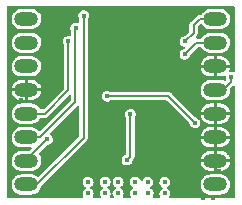
<source format=gtl>
%TF.GenerationSoftware,KiCad,Pcbnew,(5.99.0-6613-ge739d5ba65)*%
%TF.CreationDate,2020-11-23T01:14:31+01:00*%
%TF.ProjectId,min_sx1280,6d696e5f-7378-4313-9238-302e6b696361,rev?*%
%TF.SameCoordinates,PX5f31df8PY89d6220*%
%TF.FileFunction,Copper,L1,Top*%
%TF.FilePolarity,Positive*%
%FSLAX46Y46*%
G04 Gerber Fmt 4.6, Leading zero omitted, Abs format (unit mm)*
G04 Created by KiCad (PCBNEW (5.99.0-6613-ge739d5ba65)) date 2020-11-23 01:14:31*
%MOMM*%
%LPD*%
G01*
G04 APERTURE LIST*
%TA.AperFunction,SMDPad,CuDef*%
%ADD10O,2.000000X1.200000*%
%TD*%
%TA.AperFunction,ViaPad*%
%ADD11C,0.400000*%
%TD*%
%TA.AperFunction,ViaPad*%
%ADD12C,0.800000*%
%TD*%
%TA.AperFunction,Conductor*%
%ADD13C,0.400000*%
%TD*%
%TA.AperFunction,Conductor*%
%ADD14C,0.200000*%
%TD*%
G04 APERTURE END LIST*
D10*
%TO.P,U3,1,DIO2*%
%TO.N,Net-(U3-Pad1)*%
X1906000Y15382000D03*
%TO.P,U3,2,DIO3*%
%TO.N,Net-(U3-Pad2)*%
X1906000Y13382000D03*
%TO.P,U3,3,VCC*%
%TO.N,+3V3*%
X1906000Y11382000D03*
%TO.P,U3,4,GND*%
%TO.N,GND*%
X1906000Y9382000D03*
%TO.P,U3,5,MISO*%
%TO.N,/MISO*%
X1906000Y7382000D03*
%TO.P,U3,6,MOSI*%
%TO.N,/MOSI*%
X1906000Y5382000D03*
%TO.P,U3,7,SCK*%
%TO.N,/SCK*%
X1906000Y3382000D03*
%TO.P,U3,8,NSS*%
%TO.N,/NSS*%
X1906000Y1382000D03*
%TO.P,U3,9,ANT*%
%TO.N,Net-(AE2-Pad1)*%
X17906000Y1382000D03*
%TO.P,U3,10,GND*%
%TO.N,GND*%
X17906000Y3382000D03*
%TO.P,U3,11,GND*%
X17906000Y5382000D03*
%TO.P,U3,12,GND*%
X17906000Y7382000D03*
%TO.P,U3,13,NRESET*%
%TO.N,/NRESET*%
X17906000Y9382000D03*
%TO.P,U3,14,GND*%
%TO.N,GND*%
X17906000Y11382000D03*
%TO.P,U3,15,BUSY*%
%TO.N,/BUSY*%
X17906000Y13382000D03*
%TO.P,U3,16,DIO1*%
%TO.N,/DIO1*%
X17906000Y15382000D03*
%TD*%
D11*
%TO.N,+5V*%
X7131000Y1582000D03*
%TO.N,/RX*%
X13631000Y1582000D03*
%TO.N,/TX*%
X9681000Y1582000D03*
%TO.N,/RX*%
X12231000Y632000D03*
X13631000Y632000D03*
X12181000Y1582000D03*
%TO.N,/TX*%
X9681000Y632000D03*
X11131000Y632000D03*
X11131000Y1582000D03*
%TO.N,+5V*%
X7131000Y632000D03*
X8581000Y632000D03*
X8581000Y1582000D03*
%TO.N,GND*%
X4581000Y632000D03*
X6031000Y632000D03*
X6031000Y1582000D03*
X4581000Y1582000D03*
X3956000Y1732000D03*
X17031000Y2407000D03*
X7981000Y15507000D03*
X18181000Y2507000D03*
X16006000Y1357000D03*
X892000Y2407000D03*
X18631000Y12357000D03*
X7831000Y4207000D03*
X16856000Y257000D03*
X765000Y16182000D03*
X14031000Y6207000D03*
X16306000Y2232000D03*
X19106000Y2482000D03*
X1481000Y8532000D03*
X19307000Y982000D03*
X17706000Y257000D03*
X16206000Y9682000D03*
X16006000Y457000D03*
X12331000Y2457000D03*
X10456000Y15532000D03*
X4006000Y532000D03*
X18799000Y387000D03*
D12*
%TO.N,Net-(AE2-Pad1)*%
X17541625Y1302057D03*
%TO.N,+3V3*%
X1906000Y11382000D03*
D11*
%TO.N,/TX*%
X10706000Y7307000D03*
X10431000Y3457000D03*
%TO.N,/IO16*%
X16181000Y6607000D03*
X8756000Y8857000D03*
%TO.N,/BUSY*%
X15331000Y12407000D03*
%TO.N,/DIO1*%
X15356000Y13507000D03*
%TO.N,/NRESET*%
X19256000Y10457000D03*
%TO.N,/NSS*%
X6756000Y15682000D03*
%TO.N,/MOSI*%
X6081000Y14607000D03*
%TO.N,/MISO*%
X5456000Y13507000D03*
%TO.N,/SCK*%
X3681000Y5207000D03*
%TD*%
D13*
%TO.N,Net-(AE2-Pad1)*%
X17906000Y1382000D02*
X17621568Y1382000D01*
X17621568Y1382000D02*
X17541625Y1302057D01*
D14*
%TO.N,/TX*%
X10706000Y7307000D02*
X10706000Y3732000D01*
X10706000Y3732000D02*
X10431000Y3457000D01*
%TO.N,/IO16*%
X8756000Y8857000D02*
X13931000Y8857000D01*
X13931000Y8857000D02*
X16181000Y6607000D01*
%TO.N,/BUSY*%
X16306000Y13382000D02*
X17906000Y13382000D01*
X15331000Y12407000D02*
X16306000Y13382000D01*
%TO.N,/DIO1*%
X16056000Y14857000D02*
X16581000Y15382000D01*
X15356000Y13507000D02*
X16056000Y14207000D01*
X16056000Y14207000D02*
X16056000Y14857000D01*
X16581000Y15382000D02*
X17906000Y15382000D01*
%TO.N,/NRESET*%
X19256000Y10082000D02*
X18556000Y9382000D01*
X19256000Y10457000D02*
X19256000Y10082000D01*
X18556000Y9382000D02*
X17906000Y9382000D01*
%TO.N,/NSS*%
X2781000Y1382000D02*
X6756000Y5357000D01*
X1906000Y1382000D02*
X2781000Y1382000D01*
X6756000Y5357000D02*
X6756000Y15682000D01*
%TO.N,/MOSI*%
X6056000Y8357000D02*
X6056000Y14582000D01*
X6056000Y14582000D02*
X6081000Y14607000D01*
X3081000Y5382000D02*
X6056000Y8357000D01*
X1906000Y5382000D02*
X3081000Y5382000D01*
%TO.N,/MISO*%
X1906000Y7382000D02*
X2756000Y7382000D01*
X1906000Y7382000D02*
X3481000Y7382000D01*
X5456000Y9357000D02*
X5456000Y13507000D01*
X3481000Y7382000D02*
X5456000Y9357000D01*
%TO.N,/SCK*%
X1906000Y3382000D02*
X1906000Y3432000D01*
X1906000Y3432000D02*
X3681000Y5207000D01*
%TD*%
%TA.AperFunction,Conductor*%
%TO.N,GND*%
G36*
X19511192Y16509093D02*
G01*
X19552001Y16429000D01*
X19552001Y10978500D01*
X19533094Y10920309D01*
X19483594Y10884345D01*
X19425602Y10886168D01*
X19425153Y10884232D01*
X19292052Y10915084D01*
X19248999Y10912036D01*
X19189201Y10907802D01*
X19129820Y10922553D01*
X19090450Y10969389D01*
X19090289Y11043321D01*
X19131366Y11146019D01*
X19134233Y11156287D01*
X19148013Y11239530D01*
X19146018Y11252718D01*
X19145377Y11253368D01*
X19138683Y11255000D01*
X18048680Y11255000D01*
X18044402Y11253610D01*
X18033000Y11231232D01*
X18033000Y10543680D01*
X18034390Y10539402D01*
X18056768Y10528000D01*
X18349350Y10528000D01*
X18354684Y10528289D01*
X18485132Y10542460D01*
X18495536Y10544748D01*
X18661228Y10600509D01*
X18661494Y10600632D01*
X18661648Y10600650D01*
X18666309Y10602219D01*
X18666637Y10601245D01*
X18722250Y10607871D01*
X18775657Y10578016D01*
X18802009Y10509981D01*
X18801084Y10392256D01*
X18803204Y10385167D01*
X18840232Y10261354D01*
X18838693Y10260894D01*
X18845273Y10208826D01*
X18815799Y10155207D01*
X18760438Y10129153D01*
X18706189Y10137647D01*
X18582826Y10195172D01*
X18401752Y10235647D01*
X18397324Y10235895D01*
X18396824Y10235923D01*
X18396807Y10235923D01*
X18395438Y10236000D01*
X17459975Y10236000D01*
X17424564Y10232153D01*
X17326868Y10221540D01*
X17326864Y10221539D01*
X17321542Y10220961D01*
X17145691Y10161781D01*
X16986649Y10066219D01*
X16851839Y9938735D01*
X16747548Y9785276D01*
X16745558Y9780300D01*
X16688504Y9637655D01*
X16678643Y9613002D01*
X16677768Y9607717D01*
X16677767Y9607713D01*
X16660571Y9503838D01*
X16648339Y9429951D01*
X16648620Y9424594D01*
X16657628Y9252718D01*
X16658050Y9244662D01*
X16659474Y9239492D01*
X16683849Y9150998D01*
X16707322Y9065781D01*
X16793857Y8901653D01*
X16797316Y8897559D01*
X16797318Y8897557D01*
X16892295Y8785167D01*
X16913617Y8759936D01*
X17061015Y8647242D01*
X17229174Y8568828D01*
X17410248Y8528353D01*
X17414676Y8528105D01*
X17415176Y8528077D01*
X17415193Y8528077D01*
X17416562Y8528000D01*
X18352025Y8528000D01*
X18387436Y8531847D01*
X18485132Y8542460D01*
X18485136Y8542461D01*
X18490458Y8543039D01*
X18666309Y8602219D01*
X18825351Y8697781D01*
X18960161Y8825265D01*
X19009291Y8897557D01*
X19061439Y8974290D01*
X19061440Y8974292D01*
X19064452Y8978724D01*
X19099057Y9065242D01*
X19131366Y9146019D01*
X19131367Y9146023D01*
X19133357Y9150998D01*
X19135752Y9165461D01*
X19155690Y9285903D01*
X19163661Y9334049D01*
X19158285Y9436622D01*
X19187146Y9511808D01*
X19382998Y9707659D01*
X19437514Y9735436D01*
X19497946Y9725865D01*
X19541211Y9682600D01*
X19552001Y9637655D01*
X19552000Y4983700D01*
X19552000Y335446D01*
X19533093Y277255D01*
X19483593Y241291D01*
X19452876Y236446D01*
X14104699Y243198D01*
X14046533Y262179D01*
X14010632Y311724D01*
X14016265Y386447D01*
X14068010Y490007D01*
X14090443Y624782D01*
X14090500Y632000D01*
X14089357Y639607D01*
X14071287Y759795D01*
X14070187Y767112D01*
X14042263Y825265D01*
X14014248Y883605D01*
X14014247Y883606D01*
X14011044Y890277D01*
X14004315Y897557D01*
X13923323Y985173D01*
X13918299Y990608D01*
X13879414Y1013194D01*
X13865478Y1021289D01*
X13824656Y1066866D01*
X13818420Y1127733D01*
X13866828Y1193273D01*
X13906172Y1215307D01*
X13912631Y1218924D01*
X13917739Y1224279D01*
X13917742Y1224281D01*
X13969847Y1278902D01*
X14006940Y1317785D01*
X14038127Y1380200D01*
X14062985Y1429951D01*
X16648339Y1429951D01*
X16652373Y1352976D01*
X16656823Y1268081D01*
X16658050Y1244662D01*
X16659474Y1239492D01*
X16683528Y1152163D01*
X16707322Y1065781D01*
X16793857Y901653D01*
X16797316Y897559D01*
X16797318Y897557D01*
X16861522Y821582D01*
X16913617Y759936D01*
X17061015Y647242D01*
X17229174Y568828D01*
X17410248Y528353D01*
X17414676Y528105D01*
X17415176Y528077D01*
X17415193Y528077D01*
X17416562Y528000D01*
X18352025Y528000D01*
X18387436Y531847D01*
X18485132Y542460D01*
X18485136Y542461D01*
X18490458Y543039D01*
X18666309Y602219D01*
X18819263Y694123D01*
X18820758Y695021D01*
X18820760Y695022D01*
X18825351Y697781D01*
X18960161Y825265D01*
X19009291Y897557D01*
X19061439Y974290D01*
X19061440Y974292D01*
X19064452Y978724D01*
X19097373Y1061031D01*
X19131366Y1146019D01*
X19131367Y1146023D01*
X19133357Y1150998D01*
X19134235Y1156297D01*
X19160082Y1312430D01*
X19163661Y1334049D01*
X19153950Y1519338D01*
X19129608Y1607713D01*
X19106104Y1693042D01*
X19104678Y1698219D01*
X19018143Y1862347D01*
X18985368Y1901132D01*
X18901843Y1999970D01*
X18901841Y1999971D01*
X18898383Y2004064D01*
X18750985Y2116758D01*
X18582826Y2195172D01*
X18401752Y2235647D01*
X18397324Y2235895D01*
X18396824Y2235923D01*
X18396807Y2235923D01*
X18395438Y2236000D01*
X17459975Y2236000D01*
X17424564Y2232153D01*
X17326868Y2221540D01*
X17326864Y2221539D01*
X17321542Y2220961D01*
X17145691Y2161781D01*
X16986649Y2066219D01*
X16982757Y2062539D01*
X16982755Y2062537D01*
X16945983Y2027763D01*
X16851839Y1938735D01*
X16848825Y1934300D01*
X16799926Y1862347D01*
X16747548Y1785276D01*
X16726768Y1733323D01*
X16691091Y1644123D01*
X16678643Y1613002D01*
X16677768Y1607717D01*
X16677767Y1607713D01*
X16663137Y1519338D01*
X16648339Y1429951D01*
X14062985Y1429951D01*
X14064701Y1433384D01*
X14064702Y1433386D01*
X14068010Y1440007D01*
X14074648Y1479884D01*
X14080868Y1517256D01*
X14090443Y1574782D01*
X14090500Y1582000D01*
X14089357Y1589607D01*
X14071287Y1709795D01*
X14070187Y1717112D01*
X14035071Y1790242D01*
X14014248Y1833605D01*
X14014247Y1833606D01*
X14011044Y1840277D01*
X13918299Y1940608D01*
X13812170Y2002252D01*
X13806551Y2005516D01*
X13806550Y2005516D01*
X13800153Y2009232D01*
X13667052Y2040084D01*
X13588575Y2034527D01*
X13538147Y2030957D01*
X13538146Y2030957D01*
X13530763Y2030434D01*
X13403337Y1981136D01*
X13397523Y1976552D01*
X13397522Y1976552D01*
X13301852Y1901132D01*
X13301851Y1901130D01*
X13296039Y1896549D01*
X13218356Y1784152D01*
X13216124Y1777095D01*
X13216124Y1777094D01*
X13179389Y1660938D01*
X13177157Y1653882D01*
X13176084Y1517256D01*
X13215232Y1386354D01*
X13291140Y1272751D01*
X13296876Y1268081D01*
X13397095Y1186489D01*
X13395970Y1185108D01*
X13430309Y1146164D01*
X13436073Y1085251D01*
X13400747Y1029094D01*
X13296039Y946549D01*
X13218356Y834152D01*
X13214381Y821582D01*
X13179389Y710938D01*
X13177157Y703882D01*
X13176084Y567256D01*
X13215232Y436354D01*
X13219344Y430200D01*
X13240595Y398396D01*
X13257204Y339508D01*
X13236027Y282104D01*
X13158155Y244394D01*
X12861938Y244768D01*
X12705583Y244965D01*
X12647416Y263946D01*
X12611515Y313491D01*
X12617148Y388215D01*
X12664701Y483384D01*
X12664702Y483387D01*
X12668010Y490007D01*
X12690443Y624782D01*
X12690500Y632000D01*
X12689357Y639607D01*
X12671287Y759795D01*
X12670187Y767112D01*
X12642263Y825265D01*
X12614248Y883605D01*
X12614247Y883606D01*
X12611044Y890277D01*
X12604315Y897557D01*
X12523323Y985173D01*
X12518299Y990608D01*
X12452042Y1029093D01*
X12440934Y1035545D01*
X12400112Y1081122D01*
X12393876Y1141989D01*
X12442284Y1207529D01*
X12456172Y1215307D01*
X12462631Y1218924D01*
X12467739Y1224279D01*
X12467742Y1224281D01*
X12519847Y1278902D01*
X12556940Y1317785D01*
X12588127Y1380200D01*
X12614701Y1433384D01*
X12614702Y1433386D01*
X12618010Y1440007D01*
X12624648Y1479884D01*
X12630868Y1517256D01*
X12640443Y1574782D01*
X12640500Y1582000D01*
X12639357Y1589607D01*
X12621287Y1709795D01*
X12620187Y1717112D01*
X12585071Y1790242D01*
X12564248Y1833605D01*
X12564247Y1833606D01*
X12561044Y1840277D01*
X12468299Y1940608D01*
X12362170Y2002252D01*
X12356551Y2005516D01*
X12356550Y2005516D01*
X12350153Y2009232D01*
X12217052Y2040084D01*
X12138575Y2034527D01*
X12088147Y2030957D01*
X12088146Y2030957D01*
X12080763Y2030434D01*
X11953337Y1981136D01*
X11947523Y1976552D01*
X11947522Y1976552D01*
X11851852Y1901132D01*
X11851851Y1901130D01*
X11846039Y1896549D01*
X11768356Y1784152D01*
X11752281Y1733323D01*
X11716707Y1683543D01*
X11658666Y1664179D01*
X11600329Y1682629D01*
X11568646Y1720320D01*
X11511044Y1840277D01*
X11418299Y1940608D01*
X11312170Y2002252D01*
X11306551Y2005516D01*
X11306550Y2005516D01*
X11300153Y2009232D01*
X11167052Y2040084D01*
X11088575Y2034527D01*
X11038147Y2030957D01*
X11038146Y2030957D01*
X11030763Y2030434D01*
X10903337Y1981136D01*
X10897523Y1976552D01*
X10897522Y1976552D01*
X10801852Y1901132D01*
X10801851Y1901130D01*
X10796039Y1896549D01*
X10718356Y1784152D01*
X10716124Y1777095D01*
X10716124Y1777094D01*
X10679389Y1660938D01*
X10677157Y1653882D01*
X10676084Y1517256D01*
X10715232Y1386354D01*
X10791140Y1272751D01*
X10796876Y1268081D01*
X10897095Y1186489D01*
X10895970Y1185108D01*
X10930309Y1146164D01*
X10936073Y1085251D01*
X10900747Y1029094D01*
X10796039Y946549D01*
X10718356Y834152D01*
X10714381Y821582D01*
X10679389Y710938D01*
X10677157Y703882D01*
X10676084Y567256D01*
X10715232Y436354D01*
X10719342Y430202D01*
X10719344Y430199D01*
X10738484Y401555D01*
X10755093Y342666D01*
X10733915Y285263D01*
X10656044Y247553D01*
X10285519Y248021D01*
X10157191Y248183D01*
X10099024Y267164D01*
X10063123Y316709D01*
X10068756Y391433D01*
X10114701Y483384D01*
X10114702Y483387D01*
X10118010Y490007D01*
X10140443Y624782D01*
X10140500Y632000D01*
X10139357Y639607D01*
X10121287Y759795D01*
X10120187Y767112D01*
X10092263Y825265D01*
X10064248Y883605D01*
X10064247Y883606D01*
X10061044Y890277D01*
X10054315Y897557D01*
X9973323Y985173D01*
X9968299Y990608D01*
X9929414Y1013194D01*
X9915478Y1021289D01*
X9874656Y1066866D01*
X9868420Y1127733D01*
X9916828Y1193273D01*
X9956172Y1215307D01*
X9962631Y1218924D01*
X9967739Y1224279D01*
X9967742Y1224281D01*
X10019847Y1278902D01*
X10056940Y1317785D01*
X10088127Y1380200D01*
X10114701Y1433384D01*
X10114702Y1433386D01*
X10118010Y1440007D01*
X10124648Y1479884D01*
X10130868Y1517256D01*
X10140443Y1574782D01*
X10140500Y1582000D01*
X10139357Y1589607D01*
X10121287Y1709795D01*
X10120187Y1717112D01*
X10085071Y1790242D01*
X10064248Y1833605D01*
X10064247Y1833606D01*
X10061044Y1840277D01*
X9968299Y1940608D01*
X9862170Y2002252D01*
X9856551Y2005516D01*
X9856550Y2005516D01*
X9850153Y2009232D01*
X9717052Y2040084D01*
X9638575Y2034527D01*
X9588147Y2030957D01*
X9588146Y2030957D01*
X9580763Y2030434D01*
X9453337Y1981136D01*
X9447523Y1976552D01*
X9447522Y1976552D01*
X9351852Y1901132D01*
X9351851Y1901130D01*
X9346039Y1896549D01*
X9268356Y1784152D01*
X9227157Y1653882D01*
X9227099Y1646483D01*
X9226725Y1644123D01*
X9198946Y1589607D01*
X9184397Y1582194D01*
X9217616Y1548449D01*
X9226115Y1521204D01*
X9226084Y1517256D01*
X9228204Y1510168D01*
X9228204Y1510166D01*
X9247002Y1447310D01*
X9265232Y1386354D01*
X9341140Y1272751D01*
X9346876Y1268081D01*
X9447095Y1186489D01*
X9445970Y1185108D01*
X9480309Y1146164D01*
X9486073Y1085251D01*
X9450747Y1029094D01*
X9346039Y946549D01*
X9268356Y834152D01*
X9227157Y703882D01*
X9227099Y696483D01*
X9226725Y694123D01*
X9198946Y639607D01*
X9184397Y632194D01*
X9217616Y598449D01*
X9226115Y571204D01*
X9226084Y567256D01*
X9228204Y560168D01*
X9228204Y560166D01*
X9237786Y528127D01*
X9265232Y436354D01*
X9269344Y430200D01*
X9287260Y403387D01*
X9303869Y344499D01*
X9282692Y287095D01*
X9204820Y249385D01*
X9152542Y249451D01*
X9057884Y249571D01*
X8999717Y268552D01*
X8963816Y318098D01*
X8969449Y392819D01*
X9018010Y490007D01*
X9031400Y570453D01*
X9059604Y624749D01*
X9073639Y631762D01*
X9040734Y664669D01*
X9031044Y694894D01*
X9030806Y696483D01*
X9020187Y767112D01*
X8992263Y825265D01*
X8964248Y883605D01*
X8964247Y883606D01*
X8961044Y890277D01*
X8954315Y897557D01*
X8873323Y985173D01*
X8868299Y990608D01*
X8829414Y1013194D01*
X8815478Y1021289D01*
X8774656Y1066866D01*
X8768420Y1127733D01*
X8816828Y1193273D01*
X8856172Y1215307D01*
X8862631Y1218924D01*
X8867739Y1224279D01*
X8867742Y1224281D01*
X8919847Y1278902D01*
X8956940Y1317785D01*
X8988127Y1380200D01*
X9014701Y1433384D01*
X9014702Y1433386D01*
X9018010Y1440007D01*
X9024648Y1479884D01*
X9031400Y1520453D01*
X9059604Y1574749D01*
X9073639Y1581762D01*
X9040734Y1614669D01*
X9031044Y1644894D01*
X9030806Y1646483D01*
X9020187Y1717112D01*
X8985071Y1790242D01*
X8964248Y1833605D01*
X8964247Y1833606D01*
X8961044Y1840277D01*
X8868299Y1940608D01*
X8762170Y2002252D01*
X8756551Y2005516D01*
X8756550Y2005516D01*
X8750153Y2009232D01*
X8617052Y2040084D01*
X8538575Y2034527D01*
X8488147Y2030957D01*
X8488146Y2030957D01*
X8480763Y2030434D01*
X8353337Y1981136D01*
X8347523Y1976552D01*
X8347522Y1976552D01*
X8251852Y1901132D01*
X8251851Y1901130D01*
X8246039Y1896549D01*
X8168356Y1784152D01*
X8166124Y1777095D01*
X8166124Y1777094D01*
X8129389Y1660938D01*
X8127157Y1653882D01*
X8126084Y1517256D01*
X8165232Y1386354D01*
X8241140Y1272751D01*
X8246876Y1268081D01*
X8347095Y1186489D01*
X8345970Y1185108D01*
X8380309Y1146164D01*
X8386073Y1085251D01*
X8350747Y1029094D01*
X8246039Y946549D01*
X8168356Y834152D01*
X8164381Y821582D01*
X8129389Y710938D01*
X8127157Y703882D01*
X8126084Y567256D01*
X8165232Y436354D01*
X8169345Y430199D01*
X8186332Y404776D01*
X8202940Y345888D01*
X8181762Y288485D01*
X8103892Y250775D01*
X7608798Y251400D01*
X7550632Y270381D01*
X7514731Y319926D01*
X7520364Y394650D01*
X7564701Y483384D01*
X7564702Y483387D01*
X7568010Y490007D01*
X7590443Y624782D01*
X7590500Y632000D01*
X7589357Y639607D01*
X7571287Y759795D01*
X7570187Y767112D01*
X7542263Y825265D01*
X7514248Y883605D01*
X7514247Y883606D01*
X7511044Y890277D01*
X7504315Y897557D01*
X7423323Y985173D01*
X7418299Y990608D01*
X7379414Y1013194D01*
X7365478Y1021289D01*
X7324656Y1066866D01*
X7318420Y1127733D01*
X7366828Y1193273D01*
X7406172Y1215307D01*
X7412631Y1218924D01*
X7417739Y1224279D01*
X7417742Y1224281D01*
X7469847Y1278902D01*
X7506940Y1317785D01*
X7538127Y1380200D01*
X7564701Y1433384D01*
X7564702Y1433386D01*
X7568010Y1440007D01*
X7574648Y1479884D01*
X7580868Y1517256D01*
X7590443Y1574782D01*
X7590500Y1582000D01*
X7589357Y1589607D01*
X7571287Y1709795D01*
X7570187Y1717112D01*
X7535071Y1790242D01*
X7514248Y1833605D01*
X7514247Y1833606D01*
X7511044Y1840277D01*
X7418299Y1940608D01*
X7312170Y2002252D01*
X7306551Y2005516D01*
X7306550Y2005516D01*
X7300153Y2009232D01*
X7167052Y2040084D01*
X7088575Y2034527D01*
X7038147Y2030957D01*
X7038146Y2030957D01*
X7030763Y2030434D01*
X6903337Y1981136D01*
X6897523Y1976552D01*
X6897522Y1976552D01*
X6801852Y1901132D01*
X6801851Y1901130D01*
X6796039Y1896549D01*
X6718356Y1784152D01*
X6716124Y1777095D01*
X6716124Y1777094D01*
X6679389Y1660938D01*
X6677157Y1653882D01*
X6676084Y1517256D01*
X6715232Y1386354D01*
X6791140Y1272751D01*
X6796876Y1268081D01*
X6897095Y1186489D01*
X6895970Y1185108D01*
X6930309Y1146164D01*
X6936073Y1085251D01*
X6900747Y1029094D01*
X6796039Y946549D01*
X6718356Y834152D01*
X6714381Y821582D01*
X6679389Y710938D01*
X6677157Y703882D01*
X6676084Y567256D01*
X6715232Y436354D01*
X6735108Y406608D01*
X6751716Y347723D01*
X6730539Y290319D01*
X6652667Y252608D01*
X358874Y260554D01*
X300708Y279535D01*
X260000Y359554D01*
X260000Y7429951D01*
X648339Y7429951D01*
X648620Y7424594D01*
X657628Y7252718D01*
X658050Y7244662D01*
X659474Y7239492D01*
X687699Y7137023D01*
X707322Y7065781D01*
X793857Y6901653D01*
X797316Y6897559D01*
X797318Y6897557D01*
X861522Y6821582D01*
X913617Y6759936D01*
X1061015Y6647242D01*
X1229174Y6568828D01*
X1410248Y6528353D01*
X1414676Y6528105D01*
X1415176Y6528077D01*
X1415193Y6528077D01*
X1416562Y6528000D01*
X2352025Y6528000D01*
X2387436Y6531847D01*
X2485132Y6542460D01*
X2485136Y6542461D01*
X2490458Y6543039D01*
X2666309Y6602219D01*
X2825351Y6697781D01*
X2960161Y6825265D01*
X3009291Y6897557D01*
X3061439Y6974290D01*
X3061440Y6974292D01*
X3064452Y6978724D01*
X3065175Y6978233D01*
X3105818Y7017481D01*
X3149216Y7027500D01*
X3432161Y7027500D01*
X3452997Y7025283D01*
X3456070Y7024621D01*
X3456073Y7024621D01*
X3464066Y7022900D01*
X3472187Y7023861D01*
X3472190Y7023861D01*
X3497136Y7026814D01*
X3502884Y7027153D01*
X3502883Y7027163D01*
X3506959Y7027500D01*
X3511040Y7027500D01*
X3528714Y7030442D01*
X3533293Y7031094D01*
X3581297Y7036775D01*
X3588262Y7040120D01*
X3589820Y7040612D01*
X3597448Y7041882D01*
X3640003Y7064844D01*
X3644129Y7066946D01*
X3687714Y7087875D01*
X3690845Y7090508D01*
X3692358Y7092021D01*
X3693934Y7093466D01*
X3694052Y7093337D01*
X3696010Y7095063D01*
X3701340Y7097939D01*
X3737470Y7137024D01*
X3740163Y7139826D01*
X5532496Y8932158D01*
X5587013Y8959935D01*
X5647445Y8950364D01*
X5690710Y8907099D01*
X5701500Y8862154D01*
X5701500Y8544847D01*
X5672504Y8474843D01*
X4369972Y7172310D01*
X3113447Y5915785D01*
X3058930Y5888008D01*
X2998498Y5897579D01*
X2967828Y5921888D01*
X2901844Y5999969D01*
X2901842Y5999971D01*
X2898383Y6004064D01*
X2750985Y6116758D01*
X2582826Y6195172D01*
X2401752Y6235647D01*
X2397324Y6235895D01*
X2396824Y6235923D01*
X2396807Y6235923D01*
X2395438Y6236000D01*
X1459975Y6236000D01*
X1424564Y6232153D01*
X1326868Y6221540D01*
X1326864Y6221539D01*
X1321542Y6220961D01*
X1145691Y6161781D01*
X986649Y6066219D01*
X851839Y5938735D01*
X848825Y5934300D01*
X781296Y5834934D01*
X747548Y5785276D01*
X745558Y5780300D01*
X681806Y5620909D01*
X678643Y5613002D01*
X677768Y5607717D01*
X677767Y5607713D01*
X660571Y5503838D01*
X648339Y5429951D01*
X651737Y5365118D01*
X657628Y5252718D01*
X658050Y5244662D01*
X659474Y5239492D01*
X685221Y5146019D01*
X707322Y5065781D01*
X793857Y4901653D01*
X797316Y4897559D01*
X797318Y4897557D01*
X910157Y4764030D01*
X913617Y4759936D01*
X1061015Y4647242D01*
X1229174Y4568828D01*
X1410248Y4528353D01*
X1414676Y4528105D01*
X1415176Y4528077D01*
X1415193Y4528077D01*
X1416562Y4528000D01*
X2261654Y4528000D01*
X2319845Y4509093D01*
X2355809Y4459593D01*
X2355809Y4398407D01*
X2331658Y4358996D01*
X2237658Y4264996D01*
X2167654Y4236000D01*
X1459975Y4236000D01*
X1424564Y4232153D01*
X1326868Y4221540D01*
X1326864Y4221539D01*
X1321542Y4220961D01*
X1145691Y4161781D01*
X986649Y4066219D01*
X851839Y3938735D01*
X848825Y3934300D01*
X795705Y3856136D01*
X747548Y3785276D01*
X745558Y3780300D01*
X683277Y3624587D01*
X678643Y3613002D01*
X677768Y3607717D01*
X677767Y3607713D01*
X660912Y3505896D01*
X648339Y3429951D01*
X648620Y3424594D01*
X657628Y3252718D01*
X658050Y3244662D01*
X659474Y3239492D01*
X683049Y3153902D01*
X707322Y3065781D01*
X793857Y2901653D01*
X797316Y2897559D01*
X797318Y2897557D01*
X861522Y2821582D01*
X913617Y2759936D01*
X1061015Y2647242D01*
X1229174Y2568828D01*
X1410248Y2528353D01*
X1414676Y2528105D01*
X1415176Y2528077D01*
X1415193Y2528077D01*
X1416562Y2528000D01*
X2352025Y2528000D01*
X2387436Y2531847D01*
X2485132Y2542460D01*
X2485136Y2542461D01*
X2490458Y2543039D01*
X2666309Y2602219D01*
X2825351Y2697781D01*
X2960161Y2825265D01*
X3009291Y2897557D01*
X3061439Y2974290D01*
X3061440Y2974292D01*
X3064452Y2978724D01*
X3097556Y3061489D01*
X3131366Y3146019D01*
X3131367Y3146023D01*
X3133357Y3150998D01*
X3139389Y3187430D01*
X3159413Y3308387D01*
X3163661Y3334049D01*
X3157752Y3446798D01*
X3154231Y3513983D01*
X3154230Y3513986D01*
X3153950Y3519338D01*
X3129608Y3607713D01*
X3106104Y3693042D01*
X3104678Y3698219D01*
X3018143Y3862347D01*
X2994251Y3890620D01*
X2971132Y3947268D01*
X2999862Y4024524D01*
X3706919Y4731582D01*
X3756087Y4758361D01*
X3836187Y4775605D01*
X3836190Y4775606D01*
X3843422Y4777163D01*
X3962631Y4843924D01*
X3967739Y4849279D01*
X3967742Y4849281D01*
X4022229Y4906399D01*
X4056940Y4942785D01*
X4118010Y5065007D01*
X4140443Y5199782D01*
X4140500Y5207000D01*
X4135610Y5239530D01*
X4121287Y5334795D01*
X4120187Y5342112D01*
X4078008Y5429951D01*
X4064248Y5458605D01*
X4064247Y5458606D01*
X4061044Y5465277D01*
X3968299Y5565608D01*
X3961899Y5569325D01*
X3961897Y5569327D01*
X3951559Y5575332D01*
X3910738Y5620909D01*
X3904502Y5681776D01*
X3931280Y5730942D01*
X5058944Y6858605D01*
X6232496Y8032157D01*
X6287013Y8059934D01*
X6347445Y8050363D01*
X6390710Y8007098D01*
X6401500Y7962153D01*
X6401500Y5544846D01*
X6372504Y5474842D01*
X4663124Y3765461D01*
X2961561Y2063898D01*
X2907044Y2036121D01*
X2831428Y2055255D01*
X2798120Y2080721D01*
X2755246Y2113501D01*
X2755241Y2113504D01*
X2750985Y2116758D01*
X2582826Y2195172D01*
X2401752Y2235647D01*
X2397324Y2235895D01*
X2396824Y2235923D01*
X2396807Y2235923D01*
X2395438Y2236000D01*
X1459975Y2236000D01*
X1424564Y2232153D01*
X1326868Y2221540D01*
X1326864Y2221539D01*
X1321542Y2220961D01*
X1145691Y2161781D01*
X986649Y2066219D01*
X982757Y2062539D01*
X982755Y2062537D01*
X945983Y2027763D01*
X851839Y1938735D01*
X848825Y1934300D01*
X799926Y1862347D01*
X747548Y1785276D01*
X726768Y1733323D01*
X691091Y1644123D01*
X678643Y1613002D01*
X677768Y1607717D01*
X677767Y1607713D01*
X663137Y1519338D01*
X648339Y1429951D01*
X652373Y1352976D01*
X656823Y1268081D01*
X658050Y1244662D01*
X659474Y1239492D01*
X683528Y1152163D01*
X707322Y1065781D01*
X793857Y901653D01*
X797316Y897559D01*
X797318Y897557D01*
X861522Y821582D01*
X913617Y759936D01*
X1061015Y647242D01*
X1229174Y568828D01*
X1410248Y528353D01*
X1414676Y528105D01*
X1415176Y528077D01*
X1415193Y528077D01*
X1416562Y528000D01*
X2352025Y528000D01*
X2387436Y531847D01*
X2485132Y542460D01*
X2485136Y542461D01*
X2490458Y543039D01*
X2666309Y602219D01*
X2819263Y694123D01*
X2820758Y695021D01*
X2820760Y695022D01*
X2825351Y697781D01*
X2960161Y825265D01*
X3009291Y897557D01*
X3061439Y974290D01*
X3061440Y974292D01*
X3064452Y978724D01*
X3133357Y1150998D01*
X3134233Y1156291D01*
X3134235Y1156297D01*
X3144440Y1217935D01*
X3172106Y1271769D01*
X5292593Y3392256D01*
X9976084Y3392256D01*
X9978204Y3385167D01*
X9993492Y3334049D01*
X10015232Y3261354D01*
X10019344Y3255200D01*
X10029840Y3239492D01*
X10091140Y3147751D01*
X10197095Y3061489D01*
X10323732Y3010196D01*
X10331104Y3009558D01*
X10331106Y3009557D01*
X10385228Y3004870D01*
X10459852Y2998407D01*
X10467083Y2999964D01*
X10467086Y2999964D01*
X10586187Y3025605D01*
X10586189Y3025606D01*
X10593422Y3027163D01*
X10712631Y3093924D01*
X10717739Y3099279D01*
X10717742Y3099281D01*
X10769847Y3153902D01*
X10806940Y3192785D01*
X10834252Y3247447D01*
X16658186Y3247447D01*
X16659474Y3239492D01*
X16705896Y3070958D01*
X16709827Y3061031D01*
X16791355Y2906399D01*
X16797318Y2897557D01*
X16910157Y2764030D01*
X16917876Y2756680D01*
X17056754Y2650500D01*
X17065877Y2644975D01*
X17224315Y2571094D01*
X17234404Y2567659D01*
X17406289Y2529238D01*
X17414297Y2528127D01*
X17415176Y2528077D01*
X17417956Y2528000D01*
X17763320Y2528000D01*
X17767598Y2529390D01*
X17779000Y2551768D01*
X17779000Y3231232D01*
X18033000Y3231232D01*
X18033000Y2543680D01*
X18034390Y2539402D01*
X18056768Y2528000D01*
X18349350Y2528000D01*
X18354684Y2528289D01*
X18485132Y2542460D01*
X18495536Y2544748D01*
X18661230Y2600510D01*
X18670900Y2604978D01*
X18820758Y2695021D01*
X18829245Y2701463D01*
X18956266Y2821582D01*
X18963175Y2829700D01*
X19061439Y2974290D01*
X19066442Y2983700D01*
X19131366Y3146019D01*
X19134233Y3156287D01*
X19148013Y3239530D01*
X19146018Y3252718D01*
X19145377Y3253368D01*
X19138683Y3255000D01*
X18048680Y3255000D01*
X18044402Y3253610D01*
X18033000Y3231232D01*
X17779000Y3231232D01*
X17779000Y3239320D01*
X17777610Y3243598D01*
X17755232Y3255000D01*
X16673188Y3255000D01*
X16660503Y3250878D01*
X16658224Y3247743D01*
X16658186Y3247447D01*
X10834252Y3247447D01*
X10868010Y3315007D01*
X10871180Y3334049D01*
X10878307Y3376872D01*
X10905960Y3430622D01*
X10922136Y3446798D01*
X10938440Y3459964D01*
X10941070Y3461662D01*
X10947948Y3466103D01*
X10968559Y3492248D01*
X10972391Y3496561D01*
X10972383Y3496567D01*
X10975029Y3499690D01*
X10977911Y3502572D01*
X10980283Y3505892D01*
X10980287Y3505896D01*
X10988320Y3517136D01*
X10991119Y3520865D01*
X10993960Y3524470D01*
X16663987Y3524470D01*
X16665982Y3511282D01*
X16666623Y3510632D01*
X16673317Y3509000D01*
X17763320Y3509000D01*
X17767598Y3510390D01*
X17779000Y3532768D01*
X17779000Y4212232D01*
X18033000Y4212232D01*
X18033000Y3524680D01*
X18034390Y3520402D01*
X18056768Y3509000D01*
X19138812Y3509000D01*
X19151497Y3513122D01*
X19153776Y3516257D01*
X19153814Y3516553D01*
X19152526Y3524508D01*
X19106104Y3693042D01*
X19102173Y3702969D01*
X19020645Y3857601D01*
X19014682Y3866443D01*
X18901843Y3999970D01*
X18894124Y4007320D01*
X18755246Y4113500D01*
X18746123Y4119025D01*
X18587685Y4192906D01*
X18577596Y4196341D01*
X18405711Y4234762D01*
X18397703Y4235873D01*
X18396824Y4235923D01*
X18394044Y4236000D01*
X18048680Y4236000D01*
X18044402Y4234610D01*
X18033000Y4212232D01*
X17779000Y4212232D01*
X17779000Y4220320D01*
X17777610Y4224598D01*
X17755232Y4236000D01*
X17462650Y4236000D01*
X17457316Y4235711D01*
X17326868Y4221540D01*
X17316464Y4219252D01*
X17150770Y4163490D01*
X17141100Y4159022D01*
X16991242Y4068979D01*
X16982755Y4062537D01*
X16855734Y3942418D01*
X16848825Y3934300D01*
X16750561Y3789710D01*
X16745558Y3780300D01*
X16680634Y3617981D01*
X16677767Y3607713D01*
X16663987Y3524470D01*
X10993960Y3524470D01*
X11015966Y3552383D01*
X11015967Y3552386D01*
X11021032Y3558810D01*
X11023593Y3566101D01*
X11024346Y3567550D01*
X11028841Y3573841D01*
X11031186Y3581681D01*
X11042692Y3620153D01*
X11044133Y3624587D01*
X11058084Y3664315D01*
X11058085Y3664319D01*
X11060147Y3670191D01*
X11060500Y3674267D01*
X11060500Y3676407D01*
X11060592Y3678540D01*
X11060767Y3678532D01*
X11060931Y3681145D01*
X11062665Y3686942D01*
X11060576Y3740119D01*
X11060500Y3744004D01*
X11060500Y5247447D01*
X16658186Y5247447D01*
X16659474Y5239492D01*
X16705896Y5070958D01*
X16709827Y5061031D01*
X16791355Y4906399D01*
X16797318Y4897557D01*
X16910157Y4764030D01*
X16917876Y4756680D01*
X17056754Y4650500D01*
X17065877Y4644975D01*
X17224315Y4571094D01*
X17234404Y4567659D01*
X17406289Y4529238D01*
X17414297Y4528127D01*
X17415176Y4528077D01*
X17417956Y4528000D01*
X17763320Y4528000D01*
X17767598Y4529390D01*
X17779000Y4551768D01*
X17779000Y5231232D01*
X18033000Y5231232D01*
X18033000Y4543680D01*
X18034390Y4539402D01*
X18056768Y4528000D01*
X18349350Y4528000D01*
X18354684Y4528289D01*
X18485132Y4542460D01*
X18495536Y4544748D01*
X18661230Y4600510D01*
X18670900Y4604978D01*
X18820758Y4695021D01*
X18829245Y4701463D01*
X18956266Y4821582D01*
X18963175Y4829700D01*
X19061439Y4974290D01*
X19066442Y4983700D01*
X19131366Y5146019D01*
X19134233Y5156287D01*
X19148013Y5239530D01*
X19146018Y5252718D01*
X19145377Y5253368D01*
X19138683Y5255000D01*
X18048680Y5255000D01*
X18044402Y5253610D01*
X18033000Y5231232D01*
X17779000Y5231232D01*
X17779000Y5239320D01*
X17777610Y5243598D01*
X17755232Y5255000D01*
X16673188Y5255000D01*
X16660503Y5250878D01*
X16658224Y5247743D01*
X16658186Y5247447D01*
X11060500Y5247447D01*
X11060500Y5524470D01*
X16663987Y5524470D01*
X16665982Y5511282D01*
X16666623Y5510632D01*
X16673317Y5509000D01*
X17763320Y5509000D01*
X17767598Y5510390D01*
X17779000Y5532768D01*
X17779000Y6212232D01*
X18033000Y6212232D01*
X18033000Y5524680D01*
X18034390Y5520402D01*
X18056768Y5509000D01*
X19138812Y5509000D01*
X19151497Y5513122D01*
X19153776Y5516257D01*
X19153814Y5516553D01*
X19152526Y5524508D01*
X19106104Y5693042D01*
X19102173Y5702969D01*
X19020645Y5857601D01*
X19014682Y5866443D01*
X18901843Y5999970D01*
X18894124Y6007320D01*
X18755246Y6113500D01*
X18746123Y6119025D01*
X18587685Y6192906D01*
X18577596Y6196341D01*
X18405711Y6234762D01*
X18397703Y6235873D01*
X18396824Y6235923D01*
X18394044Y6236000D01*
X18048680Y6236000D01*
X18044402Y6234610D01*
X18033000Y6212232D01*
X17779000Y6212232D01*
X17779000Y6220320D01*
X17777610Y6224598D01*
X17755232Y6236000D01*
X17462650Y6236000D01*
X17457316Y6235711D01*
X17326868Y6221540D01*
X17316464Y6219252D01*
X17150770Y6163490D01*
X17141100Y6159022D01*
X16991242Y6068979D01*
X16982755Y6062537D01*
X16855734Y5942418D01*
X16848825Y5934300D01*
X16750561Y5789710D01*
X16745558Y5780300D01*
X16680634Y5617981D01*
X16677767Y5607713D01*
X16663987Y5524470D01*
X11060500Y5524470D01*
X11060500Y6982882D01*
X11078204Y7038869D01*
X11081940Y7042785D01*
X11085250Y7049409D01*
X11139701Y7158384D01*
X11139702Y7158386D01*
X11143010Y7165007D01*
X11165443Y7299782D01*
X11165500Y7307000D01*
X11153633Y7385937D01*
X11146287Y7434795D01*
X11145187Y7442112D01*
X11112401Y7510390D01*
X11089248Y7558605D01*
X11089247Y7558606D01*
X11086044Y7565277D01*
X11041928Y7613002D01*
X10998323Y7660173D01*
X10993299Y7665608D01*
X10875153Y7734232D01*
X10742052Y7765084D01*
X10663575Y7759527D01*
X10613147Y7755957D01*
X10613146Y7755957D01*
X10605763Y7755434D01*
X10478337Y7706136D01*
X10472523Y7701552D01*
X10472522Y7701552D01*
X10376852Y7626132D01*
X10376851Y7626130D01*
X10371039Y7621549D01*
X10366832Y7615462D01*
X10366831Y7615461D01*
X10361476Y7607713D01*
X10293356Y7509152D01*
X10252157Y7378882D01*
X10251084Y7242256D01*
X10290232Y7111354D01*
X10326878Y7056511D01*
X10334815Y7044632D01*
X10351500Y6989630D01*
X10351501Y5465277D01*
X10351501Y3981307D01*
X10332594Y3923116D01*
X10288222Y3888976D01*
X10203337Y3856136D01*
X10197523Y3851552D01*
X10197522Y3851552D01*
X10101852Y3776132D01*
X10101851Y3776130D01*
X10096039Y3771549D01*
X10091832Y3765462D01*
X10091831Y3765461D01*
X10022565Y3665242D01*
X10018356Y3659152D01*
X10016124Y3652094D01*
X9989816Y3568908D01*
X9977157Y3528882D01*
X9976084Y3392256D01*
X5292593Y3392256D01*
X6972136Y5071798D01*
X6988438Y5084963D01*
X6991072Y5086664D01*
X6997947Y5091103D01*
X7018564Y5117255D01*
X7022387Y5121557D01*
X7022379Y5121564D01*
X7025025Y5124687D01*
X7027910Y5127572D01*
X7038313Y5142130D01*
X7041107Y5145851D01*
X7071032Y5183810D01*
X7073593Y5191101D01*
X7074348Y5192554D01*
X7078840Y5198841D01*
X7092687Y5245142D01*
X7094127Y5249573D01*
X7108082Y5289309D01*
X7108083Y5289314D01*
X7110147Y5295191D01*
X7110500Y5299267D01*
X7110500Y5301410D01*
X7110592Y5303540D01*
X7110767Y5303532D01*
X7110931Y5306145D01*
X7112665Y5311942D01*
X7110576Y5365119D01*
X7110500Y5369004D01*
X7110500Y8792256D01*
X8301084Y8792256D01*
X8340232Y8661354D01*
X8416140Y8547751D01*
X8522095Y8461489D01*
X8648732Y8410196D01*
X8656104Y8409558D01*
X8656106Y8409557D01*
X8710228Y8404870D01*
X8784852Y8398407D01*
X8792083Y8399964D01*
X8792086Y8399964D01*
X8911187Y8425605D01*
X8911189Y8425606D01*
X8918422Y8427163D01*
X9030404Y8489877D01*
X9078779Y8502500D01*
X13743155Y8502500D01*
X13813159Y8473504D01*
X14286692Y7999970D01*
X15700985Y6585676D01*
X15723128Y6541372D01*
X15726084Y6542256D01*
X15765232Y6411354D01*
X15841140Y6297751D01*
X15947095Y6211489D01*
X16073732Y6160196D01*
X16081104Y6159558D01*
X16081106Y6159557D01*
X16135228Y6154870D01*
X16209852Y6148407D01*
X16217083Y6149964D01*
X16217086Y6149964D01*
X16336187Y6175605D01*
X16336189Y6175606D01*
X16343422Y6177163D01*
X16462631Y6243924D01*
X16467739Y6249279D01*
X16467742Y6249281D01*
X16519847Y6303902D01*
X16556940Y6342785D01*
X16588127Y6405200D01*
X16614701Y6458384D01*
X16614702Y6458386D01*
X16618010Y6465007D01*
X16640443Y6599782D01*
X16640500Y6607000D01*
X16620187Y6742112D01*
X16580258Y6825265D01*
X16564248Y6858605D01*
X16564247Y6858606D01*
X16561044Y6865277D01*
X16468299Y6965608D01*
X16362341Y7027153D01*
X16356551Y7030516D01*
X16356550Y7030516D01*
X16350153Y7034232D01*
X16254038Y7056511D01*
X16206389Y7082950D01*
X16041892Y7247447D01*
X16658186Y7247447D01*
X16659474Y7239492D01*
X16705896Y7070958D01*
X16709827Y7061031D01*
X16791355Y6906399D01*
X16797318Y6897557D01*
X16910157Y6764030D01*
X16917876Y6756680D01*
X17056754Y6650500D01*
X17065877Y6644975D01*
X17224315Y6571094D01*
X17234404Y6567659D01*
X17406289Y6529238D01*
X17414297Y6528127D01*
X17415176Y6528077D01*
X17417956Y6528000D01*
X17763320Y6528000D01*
X17767598Y6529390D01*
X17779000Y6551768D01*
X17779000Y7231232D01*
X18033000Y7231232D01*
X18033000Y6543680D01*
X18034390Y6539402D01*
X18056768Y6528000D01*
X18349350Y6528000D01*
X18354684Y6528289D01*
X18485132Y6542460D01*
X18495536Y6544748D01*
X18661230Y6600510D01*
X18670900Y6604978D01*
X18820758Y6695021D01*
X18829245Y6701463D01*
X18956266Y6821582D01*
X18963175Y6829700D01*
X19061439Y6974290D01*
X19066442Y6983700D01*
X19131366Y7146019D01*
X19134233Y7156287D01*
X19148013Y7239530D01*
X19146018Y7252718D01*
X19145377Y7253368D01*
X19138683Y7255000D01*
X18048680Y7255000D01*
X18044402Y7253610D01*
X18033000Y7231232D01*
X17779000Y7231232D01*
X17779000Y7239320D01*
X17777610Y7243598D01*
X17755232Y7255000D01*
X16673188Y7255000D01*
X16660503Y7250878D01*
X16658224Y7247743D01*
X16658186Y7247447D01*
X16041892Y7247447D01*
X15764869Y7524470D01*
X16663987Y7524470D01*
X16665982Y7511282D01*
X16666623Y7510632D01*
X16673317Y7509000D01*
X17763320Y7509000D01*
X17767598Y7510390D01*
X17779000Y7532768D01*
X17779000Y8212232D01*
X18033000Y8212232D01*
X18033000Y7524680D01*
X18034390Y7520402D01*
X18056768Y7509000D01*
X19138812Y7509000D01*
X19151497Y7513122D01*
X19153776Y7516257D01*
X19153814Y7516553D01*
X19152526Y7524508D01*
X19106104Y7693042D01*
X19102173Y7702969D01*
X19020645Y7857601D01*
X19014682Y7866443D01*
X18901843Y7999970D01*
X18894124Y8007320D01*
X18755246Y8113500D01*
X18746123Y8119025D01*
X18587685Y8192906D01*
X18577596Y8196341D01*
X18405711Y8234762D01*
X18397703Y8235873D01*
X18396824Y8235923D01*
X18394044Y8236000D01*
X18048680Y8236000D01*
X18044402Y8234610D01*
X18033000Y8212232D01*
X17779000Y8212232D01*
X17779000Y8220320D01*
X17777610Y8224598D01*
X17755232Y8236000D01*
X17462650Y8236000D01*
X17457316Y8235711D01*
X17326868Y8221540D01*
X17316464Y8219252D01*
X17150770Y8163490D01*
X17141100Y8159022D01*
X16991242Y8068979D01*
X16982755Y8062537D01*
X16855734Y7942418D01*
X16848825Y7934300D01*
X16750561Y7789710D01*
X16745558Y7780300D01*
X16680634Y7617981D01*
X16677767Y7607713D01*
X16663987Y7524470D01*
X15764869Y7524470D01*
X14216205Y9073133D01*
X14203042Y9089432D01*
X14201336Y9092074D01*
X14201335Y9092075D01*
X14196897Y9098948D01*
X14170738Y9119570D01*
X14166442Y9123387D01*
X14166435Y9123379D01*
X14163313Y9126024D01*
X14160427Y9128910D01*
X14145899Y9139292D01*
X14142169Y9142092D01*
X14137187Y9146019D01*
X14104190Y9172032D01*
X14096897Y9174593D01*
X14095444Y9175348D01*
X14089158Y9179840D01*
X14081319Y9182184D01*
X14081318Y9182185D01*
X14058251Y9189083D01*
X14042864Y9193685D01*
X14038433Y9195125D01*
X13998691Y9209082D01*
X13998686Y9209083D01*
X13992809Y9211147D01*
X13988733Y9211500D01*
X13986590Y9211500D01*
X13984460Y9211592D01*
X13984468Y9211767D01*
X13981853Y9211931D01*
X13976057Y9213665D01*
X13967884Y9213344D01*
X13967883Y9213344D01*
X13922893Y9211576D01*
X13919006Y9211500D01*
X9077038Y9211500D01*
X9027314Y9224893D01*
X8931551Y9280516D01*
X8931550Y9280516D01*
X8925153Y9284232D01*
X8792052Y9315084D01*
X8713575Y9309527D01*
X8663147Y9305957D01*
X8663146Y9305957D01*
X8655763Y9305434D01*
X8528337Y9256136D01*
X8522523Y9251552D01*
X8522522Y9251552D01*
X8426852Y9176132D01*
X8426851Y9176130D01*
X8421039Y9171549D01*
X8416832Y9165462D01*
X8416831Y9165461D01*
X8370861Y9098948D01*
X8343356Y9059152D01*
X8302157Y8928882D01*
X8301084Y8792256D01*
X7110500Y8792256D01*
X7110500Y11247447D01*
X16658186Y11247447D01*
X16659474Y11239492D01*
X16705896Y11070958D01*
X16709827Y11061031D01*
X16791355Y10906399D01*
X16797318Y10897557D01*
X16910157Y10764030D01*
X16917876Y10756680D01*
X17056754Y10650500D01*
X17065877Y10644975D01*
X17224315Y10571094D01*
X17234404Y10567659D01*
X17406289Y10529238D01*
X17414297Y10528127D01*
X17415176Y10528077D01*
X17417956Y10528000D01*
X17763320Y10528000D01*
X17767598Y10529390D01*
X17779000Y10551768D01*
X17779000Y11239320D01*
X17777610Y11243598D01*
X17755232Y11255000D01*
X16673188Y11255000D01*
X16660503Y11250878D01*
X16658224Y11247743D01*
X16658186Y11247447D01*
X7110500Y11247447D01*
X7110500Y11524470D01*
X16663987Y11524470D01*
X16665982Y11511282D01*
X16666623Y11510632D01*
X16673317Y11509000D01*
X17763320Y11509000D01*
X17767598Y11510390D01*
X17779000Y11532768D01*
X17779000Y12212232D01*
X18033000Y12212232D01*
X18033000Y11524680D01*
X18034390Y11520402D01*
X18056768Y11509000D01*
X19138812Y11509000D01*
X19151497Y11513122D01*
X19153776Y11516257D01*
X19153814Y11516553D01*
X19152526Y11524508D01*
X19106104Y11693042D01*
X19102173Y11702969D01*
X19020645Y11857601D01*
X19014682Y11866443D01*
X18901843Y11999970D01*
X18894124Y12007320D01*
X18755246Y12113500D01*
X18746123Y12119025D01*
X18587685Y12192906D01*
X18577596Y12196341D01*
X18405711Y12234762D01*
X18397703Y12235873D01*
X18396824Y12235923D01*
X18394044Y12236000D01*
X18048680Y12236000D01*
X18044402Y12234610D01*
X18033000Y12212232D01*
X17779000Y12212232D01*
X17779000Y12220320D01*
X17777610Y12224598D01*
X17755232Y12236000D01*
X17462650Y12236000D01*
X17457316Y12235711D01*
X17326868Y12221540D01*
X17316464Y12219252D01*
X17150770Y12163490D01*
X17141100Y12159022D01*
X16991242Y12068979D01*
X16982755Y12062537D01*
X16855734Y11942418D01*
X16848825Y11934300D01*
X16750561Y11789710D01*
X16745558Y11780300D01*
X16680634Y11617981D01*
X16677767Y11607713D01*
X16663987Y11524470D01*
X7110500Y11524470D01*
X7110500Y12342256D01*
X14876084Y12342256D01*
X14878204Y12335167D01*
X14908277Y12234610D01*
X14915232Y12211354D01*
X14991140Y12097751D01*
X14996876Y12093081D01*
X15034393Y12062537D01*
X15097095Y12011489D01*
X15223732Y11960196D01*
X15231104Y11959558D01*
X15231106Y11959557D01*
X15285228Y11954870D01*
X15359852Y11948407D01*
X15367083Y11949964D01*
X15367086Y11949964D01*
X15486187Y11975605D01*
X15486189Y11975606D01*
X15493422Y11977163D01*
X15612631Y12043924D01*
X15617739Y12049279D01*
X15617742Y12049281D01*
X15684274Y12119025D01*
X15706940Y12142785D01*
X15738127Y12205200D01*
X15764701Y12258384D01*
X15764702Y12258386D01*
X15768010Y12265007D01*
X15778308Y12326874D01*
X15805960Y12380622D01*
X16423843Y12998504D01*
X16493847Y13027500D01*
X16667785Y13027500D01*
X16725976Y13008593D01*
X16755357Y12974674D01*
X16793857Y12901653D01*
X16797316Y12897559D01*
X16797318Y12897557D01*
X16910157Y12764030D01*
X16913617Y12759936D01*
X17061015Y12647242D01*
X17229174Y12568828D01*
X17410248Y12528353D01*
X17414676Y12528105D01*
X17415176Y12528077D01*
X17415193Y12528077D01*
X17416562Y12528000D01*
X18352025Y12528000D01*
X18387436Y12531847D01*
X18485132Y12542460D01*
X18485136Y12542461D01*
X18490458Y12543039D01*
X18666309Y12602219D01*
X18825351Y12697781D01*
X18960161Y12825265D01*
X19009291Y12897557D01*
X19061439Y12974290D01*
X19061440Y12974292D01*
X19064452Y12978724D01*
X19098150Y13062975D01*
X19131366Y13146019D01*
X19131367Y13146023D01*
X19133357Y13150998D01*
X19163661Y13334049D01*
X19153950Y13519338D01*
X19129608Y13607713D01*
X19106104Y13693042D01*
X19104678Y13698219D01*
X19018143Y13862347D01*
X18985013Y13901552D01*
X18901843Y13999970D01*
X18901841Y13999971D01*
X18898383Y14004064D01*
X18750985Y14116758D01*
X18582826Y14195172D01*
X18401752Y14235647D01*
X18397324Y14235895D01*
X18396824Y14235923D01*
X18396807Y14235923D01*
X18395438Y14236000D01*
X17459975Y14236000D01*
X17424564Y14232153D01*
X17326868Y14221540D01*
X17326864Y14221539D01*
X17321542Y14220961D01*
X17145691Y14161781D01*
X16986649Y14066219D01*
X16982757Y14062539D01*
X16982755Y14062537D01*
X16945581Y14027383D01*
X16851839Y13938735D01*
X16848825Y13934300D01*
X16766022Y13812459D01*
X16747548Y13785276D01*
X16746825Y13785767D01*
X16706182Y13746519D01*
X16662784Y13736500D01*
X16354835Y13736500D01*
X16333998Y13738718D01*
X16333811Y13738758D01*
X16322934Y13741100D01*
X16321109Y13740884D01*
X16267029Y13761319D01*
X16233437Y13812459D01*
X16236319Y13873576D01*
X16258924Y13908586D01*
X16272138Y13921800D01*
X16288442Y13934966D01*
X16291073Y13936665D01*
X16297947Y13941103D01*
X16318560Y13967250D01*
X16322389Y13971560D01*
X16322382Y13971566D01*
X16325029Y13974690D01*
X16327910Y13977571D01*
X16330279Y13980886D01*
X16330284Y13980892D01*
X16338327Y13992147D01*
X16341128Y13995877D01*
X16365965Y14027383D01*
X16371032Y14033810D01*
X16373593Y14041102D01*
X16374346Y14042553D01*
X16378840Y14048841D01*
X16392687Y14095142D01*
X16394127Y14099573D01*
X16408082Y14139309D01*
X16408083Y14139314D01*
X16410147Y14145191D01*
X16410500Y14149267D01*
X16410500Y14151410D01*
X16410592Y14153540D01*
X16410767Y14153532D01*
X16410931Y14156145D01*
X16412665Y14161942D01*
X16410576Y14215106D01*
X16410500Y14218993D01*
X16410500Y14669156D01*
X16439497Y14739160D01*
X16632671Y14932333D01*
X16687187Y14960110D01*
X16747619Y14950539D01*
X16788072Y14910644D01*
X16788360Y14910839D01*
X16789325Y14909408D01*
X16790248Y14908498D01*
X16793857Y14901653D01*
X16797316Y14897559D01*
X16797318Y14897557D01*
X16910157Y14764030D01*
X16913617Y14759936D01*
X17061015Y14647242D01*
X17229174Y14568828D01*
X17410248Y14528353D01*
X17414676Y14528105D01*
X17415176Y14528077D01*
X17415193Y14528077D01*
X17416562Y14528000D01*
X18352025Y14528000D01*
X18387436Y14531847D01*
X18485132Y14542460D01*
X18485136Y14542461D01*
X18490458Y14543039D01*
X18666309Y14602219D01*
X18793898Y14678882D01*
X18820758Y14695021D01*
X18820760Y14695022D01*
X18825351Y14697781D01*
X18960161Y14825265D01*
X19009291Y14897557D01*
X19061439Y14974290D01*
X19061440Y14974292D01*
X19064452Y14978724D01*
X19098994Y15065084D01*
X19131366Y15146019D01*
X19131367Y15146023D01*
X19133357Y15150998D01*
X19163661Y15334049D01*
X19153950Y15519338D01*
X19129608Y15607713D01*
X19106104Y15693042D01*
X19104678Y15698219D01*
X19018143Y15862347D01*
X18999717Y15884152D01*
X18901843Y15999970D01*
X18901841Y15999971D01*
X18898383Y16004064D01*
X18750985Y16116758D01*
X18582826Y16195172D01*
X18401752Y16235647D01*
X18397324Y16235895D01*
X18396824Y16235923D01*
X18396807Y16235923D01*
X18395438Y16236000D01*
X17459975Y16236000D01*
X17424564Y16232153D01*
X17326868Y16221540D01*
X17326864Y16221539D01*
X17321542Y16220961D01*
X17145691Y16161781D01*
X16986649Y16066219D01*
X16851839Y15938735D01*
X16848825Y15934300D01*
X16799926Y15862347D01*
X16747548Y15785276D01*
X16746825Y15785767D01*
X16706182Y15746519D01*
X16662784Y15736500D01*
X16629835Y15736500D01*
X16608998Y15738718D01*
X16605935Y15739378D01*
X16605932Y15739378D01*
X16597934Y15741100D01*
X16566055Y15737327D01*
X16564864Y15737186D01*
X16559112Y15736847D01*
X16559113Y15736836D01*
X16555045Y15736500D01*
X16550960Y15736500D01*
X16546934Y15735830D01*
X16546922Y15735829D01*
X16533306Y15733563D01*
X16528695Y15732906D01*
X16506769Y15730310D01*
X16480702Y15727225D01*
X16473736Y15723880D01*
X16472179Y15723388D01*
X16464552Y15722118D01*
X16457354Y15718234D01*
X16457353Y15718234D01*
X16422012Y15699165D01*
X16417856Y15697048D01*
X16379903Y15678823D01*
X16379901Y15678822D01*
X16374285Y15676125D01*
X16371153Y15673492D01*
X16369643Y15671982D01*
X16368064Y15670534D01*
X16367946Y15670662D01*
X16365987Y15668935D01*
X16360660Y15666061D01*
X16355106Y15660053D01*
X16355105Y15660052D01*
X16324528Y15626974D01*
X16321834Y15624173D01*
X15839870Y15142207D01*
X15823567Y15129040D01*
X15820924Y15127334D01*
X15820922Y15127332D01*
X15814053Y15122897D01*
X15808988Y15116472D01*
X15793438Y15096747D01*
X15789613Y15092442D01*
X15789621Y15092435D01*
X15786976Y15089313D01*
X15784090Y15086427D01*
X15781715Y15083103D01*
X15773688Y15071871D01*
X15770907Y15068166D01*
X15740969Y15030190D01*
X15738407Y15022894D01*
X15737657Y15021450D01*
X15733160Y15015158D01*
X15719298Y14968807D01*
X15717868Y14964407D01*
X15704426Y14926132D01*
X15701854Y14918809D01*
X15701501Y14914733D01*
X15701501Y14912590D01*
X15701409Y14910460D01*
X15701234Y14910468D01*
X15701070Y14907857D01*
X15699335Y14902057D01*
X15699656Y14893884D01*
X15699656Y14893883D01*
X15701425Y14848869D01*
X15701501Y14844982D01*
X15701500Y14394846D01*
X15672504Y14324843D01*
X15332842Y13985180D01*
X15269830Y13956430D01*
X15255763Y13955434D01*
X15248864Y13952765D01*
X15222119Y13942418D01*
X15128337Y13906136D01*
X15122523Y13901552D01*
X15122522Y13901552D01*
X15026852Y13826132D01*
X15026851Y13826130D01*
X15021039Y13821549D01*
X15016832Y13815462D01*
X15016831Y13815461D01*
X14959961Y13733177D01*
X14943356Y13709152D01*
X14902157Y13578882D01*
X14901084Y13442256D01*
X14940232Y13311354D01*
X15016140Y13197751D01*
X15122095Y13111489D01*
X15248732Y13060196D01*
X15256107Y13059557D01*
X15263301Y13057830D01*
X15262744Y13055511D01*
X15308780Y13036019D01*
X15340340Y12983602D01*
X15335063Y12922645D01*
X15313902Y12891240D01*
X15307841Y12885179D01*
X15244829Y12856430D01*
X15230763Y12855434D01*
X15103337Y12806136D01*
X15097523Y12801552D01*
X15097522Y12801552D01*
X15001852Y12726132D01*
X15001851Y12726130D01*
X14996039Y12721549D01*
X14991832Y12715462D01*
X14991831Y12715461D01*
X14944682Y12647242D01*
X14918356Y12609152D01*
X14900393Y12552354D01*
X14893083Y12529238D01*
X14877157Y12478882D01*
X14876084Y12342256D01*
X7110500Y12342256D01*
X7110500Y15357882D01*
X7128204Y15413869D01*
X7131940Y15417785D01*
X7163127Y15480200D01*
X7189701Y15533384D01*
X7189702Y15533386D01*
X7193010Y15540007D01*
X7215443Y15674782D01*
X7215500Y15682000D01*
X7212920Y15699165D01*
X7196287Y15809795D01*
X7195187Y15817112D01*
X7175745Y15857601D01*
X7139248Y15933605D01*
X7139247Y15933606D01*
X7136044Y15940277D01*
X7043299Y16040608D01*
X6925153Y16109232D01*
X6792052Y16140084D01*
X6713575Y16134527D01*
X6663147Y16130957D01*
X6663146Y16130957D01*
X6655763Y16130434D01*
X6528337Y16081136D01*
X6522523Y16076552D01*
X6522522Y16076552D01*
X6426852Y16001132D01*
X6426851Y16001130D01*
X6421039Y15996549D01*
X6343356Y15884152D01*
X6341124Y15877094D01*
X6312086Y15785276D01*
X6302157Y15753882D01*
X6301084Y15617256D01*
X6303204Y15610167D01*
X6330368Y15519338D01*
X6340232Y15486354D01*
X6344344Y15480200D01*
X6384816Y15419630D01*
X6401501Y15364628D01*
X6401501Y15118315D01*
X6382594Y15060124D01*
X6333094Y15024160D01*
X6264870Y15031420D01*
X6263433Y15027791D01*
X6256551Y15030516D01*
X6250153Y15034232D01*
X6117052Y15065084D01*
X6047001Y15060124D01*
X5988147Y15055957D01*
X5988146Y15055957D01*
X5980763Y15055434D01*
X5973859Y15052763D01*
X5882352Y15017361D01*
X5853337Y15006136D01*
X5847523Y15001552D01*
X5847522Y15001552D01*
X5751852Y14926132D01*
X5751851Y14926130D01*
X5746039Y14921549D01*
X5741832Y14915462D01*
X5741831Y14915461D01*
X5695806Y14848869D01*
X5668356Y14809152D01*
X5627157Y14678882D01*
X5627099Y14671483D01*
X5626284Y14567659D01*
X5626084Y14542256D01*
X5665232Y14411354D01*
X5669344Y14405200D01*
X5684816Y14382045D01*
X5701501Y14327043D01*
X5701501Y14041107D01*
X5682594Y13982916D01*
X5633094Y13946952D01*
X5580147Y13944664D01*
X5531432Y13955956D01*
X5499263Y13963413D01*
X5499260Y13963413D01*
X5492052Y13965084D01*
X5413575Y13959527D01*
X5363147Y13955957D01*
X5363146Y13955957D01*
X5355763Y13955434D01*
X5228337Y13906136D01*
X5222523Y13901552D01*
X5222522Y13901552D01*
X5126852Y13826132D01*
X5126851Y13826130D01*
X5121039Y13821549D01*
X5116832Y13815462D01*
X5116831Y13815461D01*
X5059961Y13733177D01*
X5043356Y13709152D01*
X5002157Y13578882D01*
X5001084Y13442256D01*
X5040232Y13311354D01*
X5044344Y13305200D01*
X5084816Y13244630D01*
X5101501Y13189628D01*
X5101500Y9544846D01*
X5072504Y9474842D01*
X3363159Y7765496D01*
X3293155Y7736500D01*
X3144215Y7736500D01*
X3086024Y7755407D01*
X3056642Y7789327D01*
X3020643Y7857605D01*
X3018143Y7862347D01*
X2953591Y7938735D01*
X2901843Y7999970D01*
X2901841Y7999971D01*
X2898383Y8004064D01*
X2750985Y8116758D01*
X2582826Y8195172D01*
X2401752Y8235647D01*
X2397324Y8235895D01*
X2396824Y8235923D01*
X2396807Y8235923D01*
X2395438Y8236000D01*
X1459975Y8236000D01*
X1424564Y8232153D01*
X1326868Y8221540D01*
X1326864Y8221539D01*
X1321542Y8220961D01*
X1145691Y8161781D01*
X986649Y8066219D01*
X982757Y8062539D01*
X982755Y8062537D01*
X920922Y8004064D01*
X851839Y7938735D01*
X848825Y7934300D01*
X799926Y7862347D01*
X747548Y7785276D01*
X721935Y7721240D01*
X682062Y7621549D01*
X678643Y7613002D01*
X677768Y7607717D01*
X677767Y7607713D01*
X660282Y7502094D01*
X648339Y7429951D01*
X260000Y7429951D01*
X260000Y9247447D01*
X658186Y9247447D01*
X659474Y9239492D01*
X705896Y9070958D01*
X709827Y9061031D01*
X791355Y8906399D01*
X797318Y8897557D01*
X910157Y8764030D01*
X917876Y8756680D01*
X1056754Y8650500D01*
X1065877Y8644975D01*
X1224315Y8571094D01*
X1234404Y8567659D01*
X1406289Y8529238D01*
X1414297Y8528127D01*
X1415176Y8528077D01*
X1417956Y8528000D01*
X1763320Y8528000D01*
X1767598Y8529390D01*
X1779000Y8551768D01*
X1779000Y9231232D01*
X2033000Y9231232D01*
X2033000Y8543680D01*
X2034390Y8539402D01*
X2056768Y8528000D01*
X2349350Y8528000D01*
X2354684Y8528289D01*
X2485132Y8542460D01*
X2495536Y8544748D01*
X2661230Y8600510D01*
X2670900Y8604978D01*
X2820758Y8695021D01*
X2829245Y8701463D01*
X2956266Y8821582D01*
X2963175Y8829700D01*
X3061439Y8974290D01*
X3066442Y8983700D01*
X3131366Y9146019D01*
X3134233Y9156287D01*
X3148013Y9239530D01*
X3146018Y9252718D01*
X3145377Y9253368D01*
X3138683Y9255000D01*
X2048680Y9255000D01*
X2044402Y9253610D01*
X2033000Y9231232D01*
X1779000Y9231232D01*
X1779000Y9239320D01*
X1777610Y9243598D01*
X1755232Y9255000D01*
X673188Y9255000D01*
X660503Y9250878D01*
X658224Y9247743D01*
X658186Y9247447D01*
X260000Y9247447D01*
X260000Y9524470D01*
X663987Y9524470D01*
X665982Y9511282D01*
X666623Y9510632D01*
X673317Y9509000D01*
X1763320Y9509000D01*
X1767598Y9510390D01*
X1779000Y9532768D01*
X1779000Y10212232D01*
X2033000Y10212232D01*
X2033000Y9524680D01*
X2034390Y9520402D01*
X2056768Y9509000D01*
X3138812Y9509000D01*
X3151497Y9513122D01*
X3153776Y9516257D01*
X3153814Y9516553D01*
X3152526Y9524508D01*
X3106104Y9693042D01*
X3102173Y9702969D01*
X3020645Y9857601D01*
X3014682Y9866443D01*
X2901843Y9999970D01*
X2894124Y10007320D01*
X2755246Y10113500D01*
X2746123Y10119025D01*
X2587685Y10192906D01*
X2577596Y10196341D01*
X2405711Y10234762D01*
X2397703Y10235873D01*
X2396824Y10235923D01*
X2394044Y10236000D01*
X2048680Y10236000D01*
X2044402Y10234610D01*
X2033000Y10212232D01*
X1779000Y10212232D01*
X1779000Y10220320D01*
X1777610Y10224598D01*
X1755232Y10236000D01*
X1462650Y10236000D01*
X1457316Y10235711D01*
X1326868Y10221540D01*
X1316464Y10219252D01*
X1150770Y10163490D01*
X1141100Y10159022D01*
X991242Y10068979D01*
X982755Y10062537D01*
X855734Y9942418D01*
X848825Y9934300D01*
X750561Y9789710D01*
X745558Y9780300D01*
X680634Y9617981D01*
X677767Y9607713D01*
X663987Y9524470D01*
X260000Y9524470D01*
X260000Y11429951D01*
X648339Y11429951D01*
X648620Y11424594D01*
X657628Y11252718D01*
X658050Y11244662D01*
X659474Y11239492D01*
X683849Y11150998D01*
X707322Y11065781D01*
X793857Y10901653D01*
X797316Y10897559D01*
X797318Y10897557D01*
X874525Y10806195D01*
X913617Y10759936D01*
X1061015Y10647242D01*
X1229174Y10568828D01*
X1410248Y10528353D01*
X1414676Y10528105D01*
X1415176Y10528077D01*
X1415193Y10528077D01*
X1416562Y10528000D01*
X2352025Y10528000D01*
X2387436Y10531847D01*
X2485132Y10542460D01*
X2485136Y10542461D01*
X2490458Y10543039D01*
X2666309Y10602219D01*
X2825351Y10697781D01*
X2960161Y10825265D01*
X3009291Y10897557D01*
X3061439Y10974290D01*
X3061440Y10974292D01*
X3064452Y10978724D01*
X3097373Y11061031D01*
X3131366Y11146019D01*
X3131367Y11146023D01*
X3133357Y11150998D01*
X3148014Y11239530D01*
X3162785Y11328759D01*
X3163661Y11334049D01*
X3154419Y11510390D01*
X3154231Y11513983D01*
X3154230Y11513986D01*
X3153950Y11519338D01*
X3129608Y11607713D01*
X3106104Y11693042D01*
X3104678Y11698219D01*
X3018143Y11862347D01*
X2953591Y11938735D01*
X2901843Y11999970D01*
X2901841Y11999971D01*
X2898383Y12004064D01*
X2750985Y12116758D01*
X2582826Y12195172D01*
X2401752Y12235647D01*
X2397324Y12235895D01*
X2396824Y12235923D01*
X2396807Y12235923D01*
X2395438Y12236000D01*
X1459975Y12236000D01*
X1424564Y12232153D01*
X1326868Y12221540D01*
X1326864Y12221539D01*
X1321542Y12220961D01*
X1145691Y12161781D01*
X986649Y12066219D01*
X982757Y12062539D01*
X982755Y12062537D01*
X963073Y12043924D01*
X851839Y11938735D01*
X848825Y11934300D01*
X799926Y11862347D01*
X747548Y11785276D01*
X745558Y11780300D01*
X712728Y11698219D01*
X678643Y11613002D01*
X677768Y11607717D01*
X677767Y11607713D01*
X659866Y11499578D01*
X648339Y11429951D01*
X260000Y11429951D01*
X260000Y13429951D01*
X648339Y13429951D01*
X658050Y13244662D01*
X659474Y13239492D01*
X683849Y13150998D01*
X707322Y13065781D01*
X793857Y12901653D01*
X797316Y12897559D01*
X797318Y12897557D01*
X910157Y12764030D01*
X913617Y12759936D01*
X1061015Y12647242D01*
X1229174Y12568828D01*
X1410248Y12528353D01*
X1414676Y12528105D01*
X1415176Y12528077D01*
X1415193Y12528077D01*
X1416562Y12528000D01*
X2352025Y12528000D01*
X2387436Y12531847D01*
X2485132Y12542460D01*
X2485136Y12542461D01*
X2490458Y12543039D01*
X2666309Y12602219D01*
X2825351Y12697781D01*
X2960161Y12825265D01*
X3009291Y12897557D01*
X3061439Y12974290D01*
X3061440Y12974292D01*
X3064452Y12978724D01*
X3098150Y13062975D01*
X3131366Y13146019D01*
X3131367Y13146023D01*
X3133357Y13150998D01*
X3163661Y13334049D01*
X3153950Y13519338D01*
X3129608Y13607713D01*
X3106104Y13693042D01*
X3104678Y13698219D01*
X3018143Y13862347D01*
X2985013Y13901552D01*
X2901843Y13999970D01*
X2901841Y13999971D01*
X2898383Y14004064D01*
X2750985Y14116758D01*
X2582826Y14195172D01*
X2401752Y14235647D01*
X2397324Y14235895D01*
X2396824Y14235923D01*
X2396807Y14235923D01*
X2395438Y14236000D01*
X1459975Y14236000D01*
X1424564Y14232153D01*
X1326868Y14221540D01*
X1326864Y14221539D01*
X1321542Y14220961D01*
X1145691Y14161781D01*
X986649Y14066219D01*
X982757Y14062539D01*
X982755Y14062537D01*
X945581Y14027383D01*
X851839Y13938735D01*
X848825Y13934300D01*
X766022Y13812459D01*
X747548Y13785276D01*
X745558Y13780300D01*
X683666Y13625560D01*
X678643Y13613002D01*
X677768Y13607717D01*
X677767Y13607713D01*
X663993Y13524508D01*
X648339Y13429951D01*
X260000Y13429951D01*
X260000Y15429951D01*
X648339Y15429951D01*
X658050Y15244662D01*
X659474Y15239492D01*
X683849Y15150998D01*
X707322Y15065781D01*
X793857Y14901653D01*
X797316Y14897559D01*
X797318Y14897557D01*
X910157Y14764030D01*
X913617Y14759936D01*
X1061015Y14647242D01*
X1229174Y14568828D01*
X1410248Y14528353D01*
X1414676Y14528105D01*
X1415176Y14528077D01*
X1415193Y14528077D01*
X1416562Y14528000D01*
X2352025Y14528000D01*
X2387436Y14531847D01*
X2485132Y14542460D01*
X2485136Y14542461D01*
X2490458Y14543039D01*
X2666309Y14602219D01*
X2793898Y14678882D01*
X2820758Y14695021D01*
X2820760Y14695022D01*
X2825351Y14697781D01*
X2960161Y14825265D01*
X3009291Y14897557D01*
X3061439Y14974290D01*
X3061440Y14974292D01*
X3064452Y14978724D01*
X3098994Y15065084D01*
X3131366Y15146019D01*
X3131367Y15146023D01*
X3133357Y15150998D01*
X3163661Y15334049D01*
X3153950Y15519338D01*
X3129608Y15607713D01*
X3106104Y15693042D01*
X3104678Y15698219D01*
X3018143Y15862347D01*
X2999717Y15884152D01*
X2901843Y15999970D01*
X2901841Y15999971D01*
X2898383Y16004064D01*
X2750985Y16116758D01*
X2582826Y16195172D01*
X2401752Y16235647D01*
X2397324Y16235895D01*
X2396824Y16235923D01*
X2396807Y16235923D01*
X2395438Y16236000D01*
X1459975Y16236000D01*
X1424564Y16232153D01*
X1326868Y16221540D01*
X1326864Y16221539D01*
X1321542Y16220961D01*
X1145691Y16161781D01*
X986649Y16066219D01*
X851839Y15938735D01*
X848825Y15934300D01*
X799926Y15862347D01*
X747548Y15785276D01*
X745558Y15780300D01*
X697462Y15660052D01*
X678643Y15613002D01*
X648339Y15429951D01*
X260000Y15429951D01*
X260000Y16429000D01*
X278907Y16487191D01*
X359000Y16528000D01*
X19453001Y16528000D01*
X19511192Y16509093D01*
G37*
%TD.AperFunction*%
%TD*%
M02*

</source>
